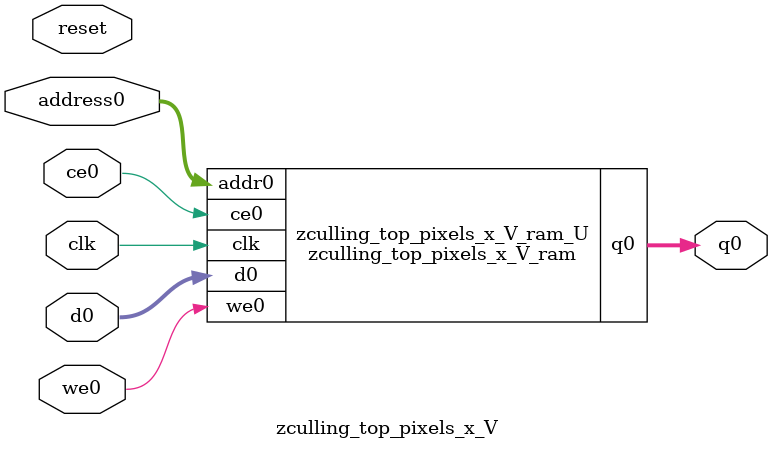
<source format=v>
`timescale 1 ns / 1 ps
module zculling_top_pixels_x_V_ram (addr0, ce0, d0, we0, q0,  clk);

parameter DWIDTH = 8;
parameter AWIDTH = 9;
parameter MEM_SIZE = 500;

input[AWIDTH-1:0] addr0;
input ce0;
input[DWIDTH-1:0] d0;
input we0;
output reg[DWIDTH-1:0] q0;
input clk;

reg [DWIDTH-1:0] ram[0:MEM_SIZE-1];




always @(posedge clk)  
begin 
    if (ce0) begin
        if (we0) 
            ram[addr0] <= d0; 
        q0 <= ram[addr0];
    end
end


endmodule

`timescale 1 ns / 1 ps
module zculling_top_pixels_x_V(
    reset,
    clk,
    address0,
    ce0,
    we0,
    d0,
    q0);

parameter DataWidth = 32'd8;
parameter AddressRange = 32'd500;
parameter AddressWidth = 32'd9;
input reset;
input clk;
input[AddressWidth - 1:0] address0;
input ce0;
input we0;
input[DataWidth - 1:0] d0;
output[DataWidth - 1:0] q0;



zculling_top_pixels_x_V_ram zculling_top_pixels_x_V_ram_U(
    .clk( clk ),
    .addr0( address0 ),
    .ce0( ce0 ),
    .we0( we0 ),
    .d0( d0 ),
    .q0( q0 ));

endmodule


</source>
